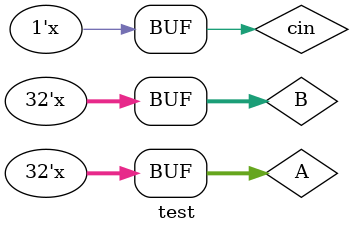
<source format=v>
`timescale 1ns / 1ps


module test;
    reg [31:0] A,B;
    reg cin;
    wire [32:0] sum;
    wire cout;
    csa32 G(A,B,cin,sum,cout);
    initial begin
        A=4;
        B=7;
        cin=1;
    end
    always begin
        #5 cin=~cin;
        #10 A=A+8;
        #20 B=B+4;
    end
    
endmodule

</source>
